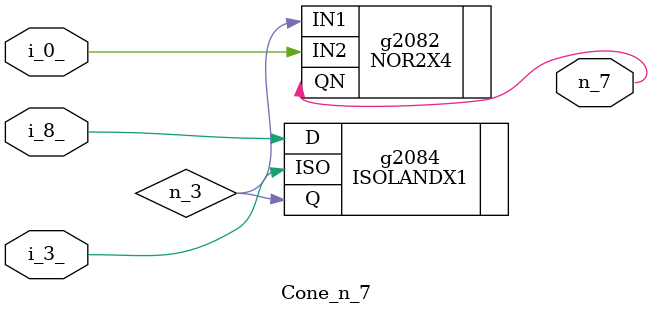
<source format=v>

module Cone_n_7 (n_7, i_3_, i_8_, i_0_ );
	input i_3_, i_8_, i_0_;
	output n_7;
	wire n_3;
	NOR2X4 g2082(.IN1 (n_3), .IN2 (i_0_), .QN (n_7));	ISOLANDX1 g2084(.ISO (i_3_), .D (i_8_), .Q (n_3));
endmodule


</source>
